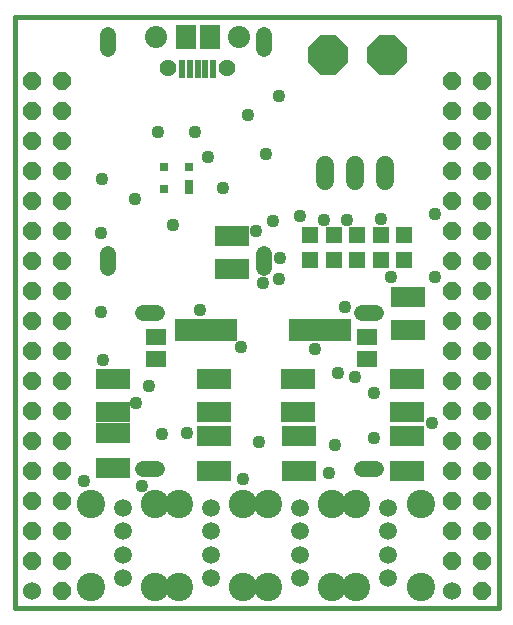
<source format=gts>
G75*
%MOIN*%
%OFA0B0*%
%FSLAX24Y24*%
%IPPOS*%
%LPD*%
%AMOC8*
5,1,8,0,0,1.08239X$1,22.5*
%
%ADD10C,0.0160*%
%ADD11C,0.0600*%
%ADD12OC8,0.0600*%
%ADD13OC8,0.1310*%
%ADD14C,0.0532*%
%ADD15C,0.0600*%
%ADD16R,0.1123X0.0651*%
%ADD17R,0.1123X0.0690*%
%ADD18R,0.0532X0.0532*%
%ADD19R,0.0296X0.0454*%
%ADD20R,0.0296X0.0296*%
%ADD21R,0.2060X0.0760*%
%ADD22C,0.0591*%
%ADD23C,0.0946*%
%ADD24R,0.0217X0.0591*%
%ADD25R,0.0651X0.0808*%
%ADD26C,0.0739*%
%ADD27C,0.0562*%
%ADD28R,0.0651X0.0572*%
%ADD29C,0.0436*%
D10*
X002254Y004003D02*
X018396Y004003D01*
X018396Y023688D01*
X002254Y023688D01*
X002254Y004003D01*
D11*
X002825Y004558D03*
X016825Y004558D03*
D12*
X016825Y005558D03*
X016825Y006558D03*
X016825Y007558D03*
X016825Y008558D03*
X016825Y009558D03*
X016825Y010558D03*
X016825Y011558D03*
X017825Y011558D03*
X017825Y010558D03*
X017825Y009558D03*
X017825Y008558D03*
X017825Y007558D03*
X017825Y006558D03*
X017825Y005558D03*
X017825Y004558D03*
X017825Y012558D03*
X017825Y013558D03*
X017825Y014558D03*
X017825Y015558D03*
X017825Y016558D03*
X017825Y017558D03*
X017825Y018558D03*
X017825Y019558D03*
X017825Y020558D03*
X017825Y021558D03*
X016825Y021558D03*
X016825Y020558D03*
X016825Y019558D03*
X016825Y018558D03*
X016825Y017558D03*
X016825Y016558D03*
X016825Y015558D03*
X016825Y014558D03*
X016825Y013558D03*
X016825Y012558D03*
X003825Y012558D03*
X003825Y013558D03*
X003825Y014558D03*
X003825Y015558D03*
X003825Y016558D03*
X003825Y017558D03*
X003825Y018558D03*
X003825Y019558D03*
X003825Y020558D03*
X003825Y021558D03*
X002825Y021558D03*
X002825Y020558D03*
X002825Y019558D03*
X002825Y018558D03*
X002825Y017558D03*
X002825Y016558D03*
X002825Y015558D03*
X002825Y014558D03*
X002825Y013558D03*
X002825Y012558D03*
X002825Y011558D03*
X002825Y010558D03*
X002825Y009558D03*
X002825Y008558D03*
X002825Y007558D03*
X002825Y006558D03*
X002825Y005558D03*
X003825Y005558D03*
X003825Y004558D03*
X003825Y006558D03*
X003825Y007558D03*
X003825Y008558D03*
X003825Y009558D03*
X003825Y010558D03*
X003825Y011558D03*
D13*
X012687Y022428D03*
X014655Y022428D03*
D14*
X010570Y022633D02*
X010570Y023105D01*
X005370Y023105D02*
X005370Y022633D01*
X005370Y015805D02*
X005370Y015333D01*
X006536Y013840D02*
X007009Y013840D01*
X010570Y015333D02*
X010570Y015805D01*
X013836Y013840D02*
X014309Y013840D01*
X014309Y008640D02*
X013836Y008640D01*
X007009Y008640D02*
X006536Y008640D01*
D15*
X012592Y018221D02*
X012592Y018761D01*
X013592Y018761D02*
X013592Y018221D01*
X014592Y018221D02*
X014592Y018761D01*
D16*
X015325Y009712D03*
X015325Y008550D03*
X011742Y008550D03*
X011742Y009712D03*
X008907Y009712D03*
X008907Y008550D03*
X005522Y008668D03*
X005522Y009830D03*
D17*
X005522Y010538D03*
X005522Y011641D03*
X008907Y011641D03*
X008907Y010538D03*
X011703Y010538D03*
X011703Y011641D03*
X009498Y015302D03*
X009498Y016405D03*
X015364Y014357D03*
X015364Y013255D03*
X015325Y011641D03*
X015325Y010538D03*
D18*
X015246Y015597D03*
X015246Y016424D03*
X014459Y016424D03*
X014459Y015597D03*
X013671Y015597D03*
X013671Y016424D03*
X012884Y016424D03*
X012884Y015597D03*
X012096Y015597D03*
X012096Y016424D03*
D19*
X008061Y018038D03*
D20*
X008061Y018708D03*
X007234Y018708D03*
X007234Y017960D03*
D21*
X008622Y013255D03*
X012422Y013255D03*
D22*
X011762Y007342D03*
X011762Y006554D03*
X011762Y005767D03*
X011762Y004979D03*
X014714Y004979D03*
X014714Y005767D03*
X014714Y006554D03*
X014714Y007342D03*
X008809Y007342D03*
X008809Y006554D03*
X008809Y005767D03*
X008809Y004979D03*
X005856Y004979D03*
X005856Y005767D03*
X005856Y006554D03*
X005856Y007342D03*
D23*
X004785Y007448D03*
X004785Y004692D03*
X006927Y004692D03*
X007738Y004692D03*
X009880Y004692D03*
X010691Y004692D03*
X012833Y004692D03*
X013644Y004692D03*
X015785Y004692D03*
X015785Y007448D03*
X013644Y007448D03*
X012833Y007448D03*
X010691Y007448D03*
X009880Y007448D03*
X007738Y007448D03*
X006927Y007448D03*
D24*
X007844Y021966D03*
X008100Y021966D03*
X008356Y021966D03*
X008612Y021966D03*
X008868Y021966D03*
D25*
X008750Y023019D03*
X007962Y023015D03*
D26*
X006978Y023019D03*
X009734Y023019D03*
D27*
X009340Y021985D03*
X007372Y021985D03*
D28*
X006978Y013038D03*
X006978Y012290D03*
X013986Y012290D03*
X013986Y013038D03*
D29*
X013277Y014042D03*
X012254Y012625D03*
X013041Y011838D03*
X013592Y011680D03*
X014222Y011168D03*
X014222Y009672D03*
X012923Y009436D03*
X012726Y008491D03*
X010403Y009515D03*
X009852Y008294D03*
X008002Y009830D03*
X007175Y009790D03*
X006309Y010814D03*
X006742Y011405D03*
X005207Y012271D03*
X005128Y013845D03*
X005128Y016483D03*
X006270Y017625D03*
X005167Y018294D03*
X007018Y019869D03*
X008277Y019869D03*
X008710Y019042D03*
X009183Y017979D03*
X010285Y016562D03*
X010876Y016877D03*
X011781Y017074D03*
X012569Y016916D03*
X013317Y016916D03*
X014459Y016956D03*
X014813Y015027D03*
X016270Y015027D03*
X016270Y017113D03*
X011112Y015656D03*
X011073Y014948D03*
X010522Y014830D03*
X009813Y012704D03*
X008435Y013924D03*
X007529Y016759D03*
X010049Y020420D03*
X010640Y019121D03*
X011073Y021050D03*
X016151Y010145D03*
X006506Y008058D03*
X004577Y008216D03*
M02*

</source>
